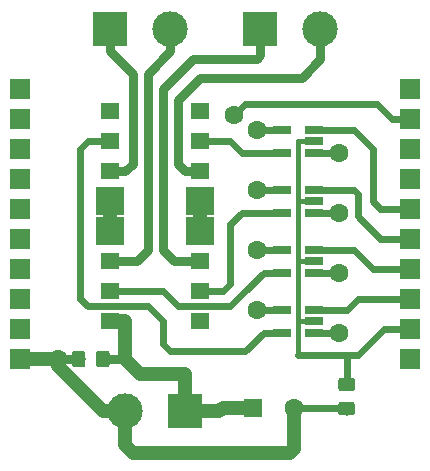
<source format=gbr>
G04 #@! TF.GenerationSoftware,KiCad,Pcbnew,(5.1.4)-1*
G04 #@! TF.CreationDate,2020-03-09T15:05:49+03:00*
G04 #@! TF.ProjectId,L293,4c323933-2e6b-4696-9361-645f70636258,rev?*
G04 #@! TF.SameCoordinates,Original*
G04 #@! TF.FileFunction,Copper,L2,Bot*
G04 #@! TF.FilePolarity,Positive*
%FSLAX46Y46*%
G04 Gerber Fmt 4.6, Leading zero omitted, Abs format (unit mm)*
G04 Created by KiCad (PCBNEW (5.1.4)-1) date 2020-03-09 15:05:49*
%MOMM*%
%LPD*%
G04 APERTURE LIST*
%ADD10C,0.100000*%
%ADD11C,1.150000*%
%ADD12C,1.600000*%
%ADD13R,1.600000X1.600000*%
%ADD14R,1.700000X1.700000*%
%ADD15R,3.000000X3.000000*%
%ADD16C,3.000000*%
%ADD17R,1.560000X0.650000*%
%ADD18R,1.600000X1.400000*%
%ADD19R,2.400000X2.400000*%
%ADD20C,0.400000*%
%ADD21C,0.600000*%
%ADD22C,1.200000*%
%ADD23C,0.800000*%
G04 APERTURE END LIST*
D10*
G36*
X120807005Y-84126204D02*
G01*
X120831273Y-84129804D01*
X120855072Y-84135765D01*
X120878171Y-84144030D01*
X120900350Y-84154520D01*
X120921393Y-84167132D01*
X120941099Y-84181747D01*
X120959277Y-84198223D01*
X120975753Y-84216401D01*
X120990368Y-84236107D01*
X121002980Y-84257150D01*
X121013470Y-84279329D01*
X121021735Y-84302428D01*
X121027696Y-84326227D01*
X121031296Y-84350495D01*
X121032500Y-84374999D01*
X121032500Y-85025001D01*
X121031296Y-85049505D01*
X121027696Y-85073773D01*
X121021735Y-85097572D01*
X121013470Y-85120671D01*
X121002980Y-85142850D01*
X120990368Y-85163893D01*
X120975753Y-85183599D01*
X120959277Y-85201777D01*
X120941099Y-85218253D01*
X120921393Y-85232868D01*
X120900350Y-85245480D01*
X120878171Y-85255970D01*
X120855072Y-85264235D01*
X120831273Y-85270196D01*
X120807005Y-85273796D01*
X120782501Y-85275000D01*
X119882499Y-85275000D01*
X119857995Y-85273796D01*
X119833727Y-85270196D01*
X119809928Y-85264235D01*
X119786829Y-85255970D01*
X119764650Y-85245480D01*
X119743607Y-85232868D01*
X119723901Y-85218253D01*
X119705723Y-85201777D01*
X119689247Y-85183599D01*
X119674632Y-85163893D01*
X119662020Y-85142850D01*
X119651530Y-85120671D01*
X119643265Y-85097572D01*
X119637304Y-85073773D01*
X119633704Y-85049505D01*
X119632500Y-85025001D01*
X119632500Y-84374999D01*
X119633704Y-84350495D01*
X119637304Y-84326227D01*
X119643265Y-84302428D01*
X119651530Y-84279329D01*
X119662020Y-84257150D01*
X119674632Y-84236107D01*
X119689247Y-84216401D01*
X119705723Y-84198223D01*
X119723901Y-84181747D01*
X119743607Y-84167132D01*
X119764650Y-84154520D01*
X119786829Y-84144030D01*
X119809928Y-84135765D01*
X119833727Y-84129804D01*
X119857995Y-84126204D01*
X119882499Y-84125000D01*
X120782501Y-84125000D01*
X120807005Y-84126204D01*
X120807005Y-84126204D01*
G37*
D11*
X120332500Y-84700000D03*
D10*
G36*
X120807005Y-86176204D02*
G01*
X120831273Y-86179804D01*
X120855072Y-86185765D01*
X120878171Y-86194030D01*
X120900350Y-86204520D01*
X120921393Y-86217132D01*
X120941099Y-86231747D01*
X120959277Y-86248223D01*
X120975753Y-86266401D01*
X120990368Y-86286107D01*
X121002980Y-86307150D01*
X121013470Y-86329329D01*
X121021735Y-86352428D01*
X121027696Y-86376227D01*
X121031296Y-86400495D01*
X121032500Y-86424999D01*
X121032500Y-87075001D01*
X121031296Y-87099505D01*
X121027696Y-87123773D01*
X121021735Y-87147572D01*
X121013470Y-87170671D01*
X121002980Y-87192850D01*
X120990368Y-87213893D01*
X120975753Y-87233599D01*
X120959277Y-87251777D01*
X120941099Y-87268253D01*
X120921393Y-87282868D01*
X120900350Y-87295480D01*
X120878171Y-87305970D01*
X120855072Y-87314235D01*
X120831273Y-87320196D01*
X120807005Y-87323796D01*
X120782501Y-87325000D01*
X119882499Y-87325000D01*
X119857995Y-87323796D01*
X119833727Y-87320196D01*
X119809928Y-87314235D01*
X119786829Y-87305970D01*
X119764650Y-87295480D01*
X119743607Y-87282868D01*
X119723901Y-87268253D01*
X119705723Y-87251777D01*
X119689247Y-87233599D01*
X119674632Y-87213893D01*
X119662020Y-87192850D01*
X119651530Y-87170671D01*
X119643265Y-87147572D01*
X119637304Y-87123773D01*
X119633704Y-87099505D01*
X119632500Y-87075001D01*
X119632500Y-86424999D01*
X119633704Y-86400495D01*
X119637304Y-86376227D01*
X119643265Y-86352428D01*
X119651530Y-86329329D01*
X119662020Y-86307150D01*
X119674632Y-86286107D01*
X119689247Y-86266401D01*
X119705723Y-86248223D01*
X119723901Y-86231747D01*
X119743607Y-86217132D01*
X119764650Y-86204520D01*
X119786829Y-86194030D01*
X119809928Y-86185765D01*
X119833727Y-86179804D01*
X119857995Y-86176204D01*
X119882499Y-86175000D01*
X120782501Y-86175000D01*
X120807005Y-86176204D01*
X120807005Y-86176204D01*
G37*
D11*
X120332500Y-86750000D03*
D12*
X115895000Y-86677500D03*
D13*
X112395000Y-86677500D03*
D14*
X125730000Y-82550000D03*
X125730000Y-80010000D03*
X125730000Y-77470000D03*
X125730000Y-74930000D03*
X125730000Y-72390000D03*
X125730000Y-69850000D03*
X125730000Y-67310000D03*
X125730000Y-64770000D03*
X125730000Y-62230000D03*
X125730000Y-59690000D03*
X92710000Y-62230000D03*
X92710000Y-64770000D03*
X92710000Y-67310000D03*
X92710000Y-69850000D03*
X92710000Y-72390000D03*
X92710000Y-74930000D03*
X92710000Y-77470000D03*
X92710000Y-80010000D03*
X92710000Y-59690000D03*
X92710000Y-82550000D03*
D10*
G36*
X100044505Y-81851204D02*
G01*
X100068773Y-81854804D01*
X100092572Y-81860765D01*
X100115671Y-81869030D01*
X100137850Y-81879520D01*
X100158893Y-81892132D01*
X100178599Y-81906747D01*
X100196777Y-81923223D01*
X100213253Y-81941401D01*
X100227868Y-81961107D01*
X100240480Y-81982150D01*
X100250970Y-82004329D01*
X100259235Y-82027428D01*
X100265196Y-82051227D01*
X100268796Y-82075495D01*
X100270000Y-82099999D01*
X100270000Y-83000001D01*
X100268796Y-83024505D01*
X100265196Y-83048773D01*
X100259235Y-83072572D01*
X100250970Y-83095671D01*
X100240480Y-83117850D01*
X100227868Y-83138893D01*
X100213253Y-83158599D01*
X100196777Y-83176777D01*
X100178599Y-83193253D01*
X100158893Y-83207868D01*
X100137850Y-83220480D01*
X100115671Y-83230970D01*
X100092572Y-83239235D01*
X100068773Y-83245196D01*
X100044505Y-83248796D01*
X100020001Y-83250000D01*
X99369999Y-83250000D01*
X99345495Y-83248796D01*
X99321227Y-83245196D01*
X99297428Y-83239235D01*
X99274329Y-83230970D01*
X99252150Y-83220480D01*
X99231107Y-83207868D01*
X99211401Y-83193253D01*
X99193223Y-83176777D01*
X99176747Y-83158599D01*
X99162132Y-83138893D01*
X99149520Y-83117850D01*
X99139030Y-83095671D01*
X99130765Y-83072572D01*
X99124804Y-83048773D01*
X99121204Y-83024505D01*
X99120000Y-83000001D01*
X99120000Y-82099999D01*
X99121204Y-82075495D01*
X99124804Y-82051227D01*
X99130765Y-82027428D01*
X99139030Y-82004329D01*
X99149520Y-81982150D01*
X99162132Y-81961107D01*
X99176747Y-81941401D01*
X99193223Y-81923223D01*
X99211401Y-81906747D01*
X99231107Y-81892132D01*
X99252150Y-81879520D01*
X99274329Y-81869030D01*
X99297428Y-81860765D01*
X99321227Y-81854804D01*
X99345495Y-81851204D01*
X99369999Y-81850000D01*
X100020001Y-81850000D01*
X100044505Y-81851204D01*
X100044505Y-81851204D01*
G37*
D11*
X99695000Y-82550000D03*
D10*
G36*
X97994505Y-81851204D02*
G01*
X98018773Y-81854804D01*
X98042572Y-81860765D01*
X98065671Y-81869030D01*
X98087850Y-81879520D01*
X98108893Y-81892132D01*
X98128599Y-81906747D01*
X98146777Y-81923223D01*
X98163253Y-81941401D01*
X98177868Y-81961107D01*
X98190480Y-81982150D01*
X98200970Y-82004329D01*
X98209235Y-82027428D01*
X98215196Y-82051227D01*
X98218796Y-82075495D01*
X98220000Y-82099999D01*
X98220000Y-83000001D01*
X98218796Y-83024505D01*
X98215196Y-83048773D01*
X98209235Y-83072572D01*
X98200970Y-83095671D01*
X98190480Y-83117850D01*
X98177868Y-83138893D01*
X98163253Y-83158599D01*
X98146777Y-83176777D01*
X98128599Y-83193253D01*
X98108893Y-83207868D01*
X98087850Y-83220480D01*
X98065671Y-83230970D01*
X98042572Y-83239235D01*
X98018773Y-83245196D01*
X97994505Y-83248796D01*
X97970001Y-83250000D01*
X97319999Y-83250000D01*
X97295495Y-83248796D01*
X97271227Y-83245196D01*
X97247428Y-83239235D01*
X97224329Y-83230970D01*
X97202150Y-83220480D01*
X97181107Y-83207868D01*
X97161401Y-83193253D01*
X97143223Y-83176777D01*
X97126747Y-83158599D01*
X97112132Y-83138893D01*
X97099520Y-83117850D01*
X97089030Y-83095671D01*
X97080765Y-83072572D01*
X97074804Y-83048773D01*
X97071204Y-83024505D01*
X97070000Y-83000001D01*
X97070000Y-82099999D01*
X97071204Y-82075495D01*
X97074804Y-82051227D01*
X97080765Y-82027428D01*
X97089030Y-82004329D01*
X97099520Y-81982150D01*
X97112132Y-81961107D01*
X97126747Y-81941401D01*
X97143223Y-81923223D01*
X97161401Y-81906747D01*
X97181107Y-81892132D01*
X97202150Y-81879520D01*
X97224329Y-81869030D01*
X97247428Y-81860765D01*
X97271227Y-81854804D01*
X97295495Y-81851204D01*
X97319999Y-81850000D01*
X97970001Y-81850000D01*
X97994505Y-81851204D01*
X97994505Y-81851204D01*
G37*
D11*
X97645000Y-82550000D03*
D15*
X106680000Y-86995000D03*
D16*
X101600000Y-86995000D03*
X105410000Y-54610000D03*
D15*
X100330000Y-54610000D03*
X113030000Y-54610000D03*
D16*
X118110000Y-54610000D03*
D17*
X117555000Y-78425000D03*
X117555000Y-79375000D03*
X117555000Y-80325000D03*
X114855000Y-80325000D03*
X114855000Y-78425000D03*
X114855000Y-73345000D03*
X114855000Y-75245000D03*
X117555000Y-75245000D03*
X117555000Y-74295000D03*
X117555000Y-73345000D03*
X114855000Y-68265000D03*
X114855000Y-70165000D03*
X117555000Y-70165000D03*
X117555000Y-69215000D03*
X117555000Y-68265000D03*
X117555000Y-63185000D03*
X117555000Y-64135000D03*
X117555000Y-65085000D03*
X114855000Y-65085000D03*
X114855000Y-63185000D03*
D18*
X100330000Y-61595000D03*
X107950000Y-79375000D03*
X100330000Y-64135000D03*
X107950000Y-76835000D03*
X100330000Y-66675000D03*
X107950000Y-74295000D03*
D19*
X100330000Y-69215000D03*
X107950000Y-71755000D03*
X100330000Y-71755000D03*
X107950000Y-69215000D03*
D18*
X100330000Y-74295000D03*
X107950000Y-66675000D03*
X100330000Y-76835000D03*
X107950000Y-64135000D03*
X100330000Y-79375000D03*
X107950000Y-61595000D03*
D12*
X110807500Y-61912500D03*
X112715000Y-63185000D03*
X112715000Y-68265000D03*
X112715000Y-73345000D03*
X112715000Y-78425000D03*
X119695000Y-65085000D03*
X119697500Y-70167500D03*
X119695000Y-75245000D03*
X119695000Y-80325000D03*
X95885000Y-82550000D03*
D20*
X116205000Y-69215000D02*
X117555000Y-69215000D01*
X117555000Y-64135000D02*
X116205000Y-64135000D01*
X116205000Y-64135000D02*
X116205000Y-69215000D01*
X116205000Y-69215000D02*
X116205000Y-74295000D01*
X116522500Y-74295000D02*
X117555000Y-74295000D01*
X116205000Y-74295000D02*
X116522500Y-74295000D01*
X116205000Y-74295000D02*
X116205000Y-79375000D01*
X116205000Y-79375000D02*
X117555000Y-79375000D01*
X116205000Y-79375000D02*
X116205000Y-82232500D01*
D21*
X121285000Y-82232500D02*
X123507500Y-80010000D01*
X123507500Y-80010000D02*
X125730000Y-80010000D01*
X120332500Y-84025000D02*
X120332500Y-82232500D01*
X120332500Y-84700000D02*
X120332500Y-84025000D01*
X116205000Y-82232500D02*
X120332500Y-82232500D01*
X120332500Y-82232500D02*
X121285000Y-82232500D01*
X117555000Y-78425000D02*
X120330000Y-78425000D01*
X121285000Y-77470000D02*
X125730000Y-77470000D01*
X120330000Y-78425000D02*
X121285000Y-77470000D01*
X117555000Y-73345000D02*
X120970000Y-73345000D01*
X120970000Y-73345000D02*
X122555000Y-74930000D01*
X122555000Y-74930000D02*
X125730000Y-74930000D01*
X123190000Y-72390000D02*
X125730000Y-72390000D01*
X121285000Y-70485000D02*
X123190000Y-72390000D01*
X121285000Y-68580000D02*
X121285000Y-70485000D01*
X117555000Y-68265000D02*
X120970000Y-68265000D01*
X120970000Y-68265000D02*
X121285000Y-68580000D01*
X117555000Y-63185000D02*
X120970000Y-63185000D01*
X120970000Y-63185000D02*
X122555000Y-64770000D01*
X122555000Y-64770000D02*
X122555000Y-69215000D01*
X123190000Y-69850000D02*
X125730000Y-69850000D01*
X122555000Y-69215000D02*
X123190000Y-69850000D01*
X124142500Y-62230000D02*
X125730000Y-62230000D01*
X122872500Y-60960000D02*
X124142500Y-62230000D01*
X110807500Y-61912500D02*
X111760000Y-60960000D01*
X111760000Y-60960000D02*
X122872500Y-60960000D01*
X114855000Y-63185000D02*
X112715000Y-63185000D01*
X114855000Y-68265000D02*
X112715000Y-68265000D01*
X114855000Y-73345000D02*
X112715000Y-73345000D01*
X114855000Y-78425000D02*
X112715000Y-78425000D01*
X112715000Y-63185000D02*
X112715000Y-63185000D01*
X112715000Y-68265000D02*
X112715000Y-68265000D01*
X112715000Y-73345000D02*
X112715000Y-73345000D01*
X112715000Y-78425000D02*
X112715000Y-78425000D01*
D22*
X92710000Y-82550000D02*
X95885000Y-82550000D01*
X95885000Y-82550000D02*
X95885000Y-83185000D01*
X95885000Y-83185000D02*
X99695000Y-86995000D01*
X99695000Y-86995000D02*
X101600000Y-86995000D01*
D21*
X117555000Y-65085000D02*
X119695000Y-65085000D01*
X118935000Y-70165000D02*
X118937500Y-70167500D01*
X117555000Y-70165000D02*
X118935000Y-70165000D01*
X118937500Y-70167500D02*
X119697500Y-70167500D01*
X117555000Y-75245000D02*
X119695000Y-75245000D01*
X117555000Y-80325000D02*
X119695000Y-80325000D01*
X119695000Y-65085000D02*
X119695000Y-65085000D01*
X119697500Y-70167500D02*
X119697500Y-70167500D01*
X119695000Y-75245000D02*
X119695000Y-75245000D01*
X119695000Y-80325000D02*
X119695000Y-80325000D01*
D23*
X97645000Y-82550000D02*
X95885000Y-82550000D01*
D22*
X95885000Y-82550000D02*
X95885000Y-82550000D01*
X115895000Y-90162500D02*
X115895000Y-86677500D01*
X115570000Y-90487500D02*
X115895000Y-90162500D01*
X102235000Y-90487500D02*
X115570000Y-90487500D01*
X101600000Y-86995000D02*
X101600000Y-89852500D01*
X101600000Y-89852500D02*
X102235000Y-90487500D01*
D21*
X120260000Y-86677500D02*
X120332500Y-86750000D01*
X115895000Y-86677500D02*
X120260000Y-86677500D01*
D22*
X100330000Y-69215000D02*
X100330000Y-71755000D01*
X107950000Y-69215000D02*
X107950000Y-71755000D01*
X106680000Y-83820000D02*
X106680000Y-86995000D01*
X102870000Y-83820000D02*
X106680000Y-83820000D01*
X101600000Y-82550000D02*
X102870000Y-83820000D01*
X100330000Y-79375000D02*
X101600000Y-79375000D01*
X101600000Y-79375000D02*
X101600000Y-82550000D01*
D23*
X99695000Y-82550000D02*
X101600000Y-82550000D01*
D22*
X109855000Y-86677500D02*
X112395000Y-86677500D01*
X106680000Y-86995000D02*
X109537500Y-86995000D01*
X109537500Y-86995000D02*
X109855000Y-86677500D01*
D23*
X103505000Y-73342500D02*
X103505000Y-58420000D01*
X103505000Y-58420000D02*
X105410000Y-56515000D01*
X105410000Y-56515000D02*
X105410000Y-54610000D01*
X103505000Y-73342500D02*
X102552500Y-74295000D01*
X102552500Y-74295000D02*
X100330000Y-74295000D01*
X100330000Y-66675000D02*
X101600000Y-66675000D01*
X101600000Y-66675000D02*
X102235000Y-66040000D01*
X102235000Y-66040000D02*
X102235000Y-58420000D01*
X102235000Y-58420000D02*
X100330000Y-56515000D01*
X100330000Y-56515000D02*
X100330000Y-54610000D01*
X113030000Y-56832500D02*
X113030000Y-55880000D01*
X105727500Y-74295000D02*
X104775000Y-73342500D01*
X107950000Y-74295000D02*
X105727500Y-74295000D01*
X104775000Y-73342500D02*
X104775000Y-59690000D01*
X104775000Y-59690000D02*
X107315000Y-57150000D01*
X107315000Y-57150000D02*
X112712500Y-57150000D01*
X112712500Y-57150000D02*
X113030000Y-56832500D01*
X106680000Y-66675000D02*
X106045000Y-66040000D01*
X118110000Y-57150000D02*
X118110000Y-54610000D01*
X107950000Y-66675000D02*
X106680000Y-66675000D01*
X106045000Y-66040000D02*
X106045000Y-60642500D01*
X106045000Y-60642500D02*
X107950000Y-58737500D01*
X107950000Y-58737500D02*
X116522500Y-58737500D01*
X116522500Y-58737500D02*
X118110000Y-57150000D01*
D21*
X100330000Y-64135000D02*
X98425000Y-64135000D01*
X98425000Y-64135000D02*
X97790000Y-64770000D01*
X97790000Y-64770000D02*
X97790000Y-77470000D01*
X97790000Y-77470000D02*
X98425000Y-78105000D01*
X98425000Y-78105000D02*
X102870000Y-78105000D01*
X113350000Y-80325000D02*
X114855000Y-80325000D01*
X103505000Y-78105000D02*
X104775000Y-79375000D01*
X104775000Y-79375000D02*
X104775000Y-81280000D01*
X102870000Y-78105000D02*
X103505000Y-78105000D01*
X104775000Y-81280000D02*
X105410000Y-81915000D01*
X105410000Y-81915000D02*
X111760000Y-81915000D01*
X111760000Y-81915000D02*
X113350000Y-80325000D01*
X104775000Y-76835000D02*
X106045000Y-78105000D01*
X100330000Y-76835000D02*
X104775000Y-76835000D01*
X111760000Y-76835000D02*
X110490000Y-78105000D01*
X113350000Y-75245000D02*
X111760000Y-76835000D01*
X114855000Y-75245000D02*
X113350000Y-75245000D01*
X106045000Y-78105000D02*
X110490000Y-78105000D01*
X111445000Y-70165000D02*
X114855000Y-70165000D01*
X110490000Y-71120000D02*
X111445000Y-70165000D01*
X110490000Y-76200000D02*
X110490000Y-71120000D01*
X107950000Y-76835000D02*
X109855000Y-76835000D01*
X109855000Y-76835000D02*
X110490000Y-76200000D01*
X107950000Y-64135000D02*
X110490000Y-64135000D01*
X111440000Y-65085000D02*
X114855000Y-65085000D01*
X110490000Y-64135000D02*
X111440000Y-65085000D01*
M02*

</source>
